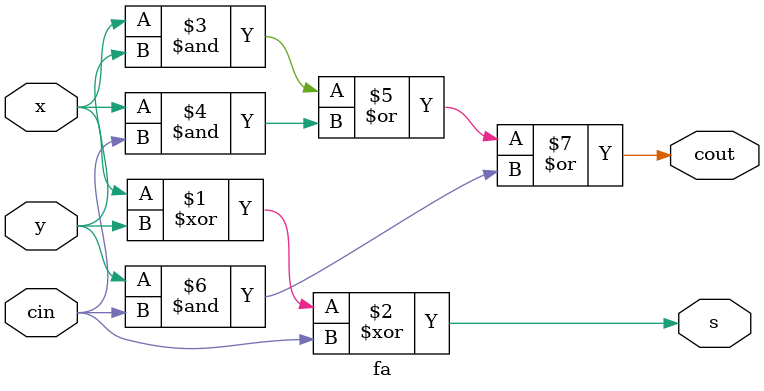
<source format=sv>
module mult_csm
(
	input [7:0] x,
	input [7:0] y,
	output [15:0] out
);
	
	logic [15:0] pp[9];
	assign pp[0] = '0;
	
	logic [16:0] cin[9];
	assign cin[0] = '0;

	// Write your nested generate for loops here.
	
	logic [15:0] xy[8];
	logic [16:8] cin_end;
	assign cin_end[8] = '0;
	
	genvar row, col;
	generate
		for(row = 0; row < 9; row++) 
			begin	
			for(col = 0; col < 16; col++) 
			begin
				if(row > 0) begin
					if (col < row - 1) assign pp[row][col] = pp[row-1][col];
					else if (col >= row + 7) assign pp[row][col] = 0; 
				end
				if(row < 8) begin
					if(col < row) assign xy[row][col] = 1'b0;
					else if (col - row < 8) assign xy[row][col] = x[col - row] & y[row];
					else assign xy[row][col] = 1'b0;
				end
			end
		end
	endgenerate

	genvar m, n;
	generate
		for(m = 0; m < 8; m++)
			begin
			for(n = m; n < m + 8; n++)
				begin			
				fa fa_inst_row
				(
					.x(pp[m][n]),
					.y(xy[m][n]),
					.cin(cin[m][n]),
					.cout(cin[m+1][n+1]),
					.s(pp[m+1][n])
				);
				end
			end
	endgenerate
	

	// Have a RCA to add the numbers in columns 8 through 15 of 
	// the final row of the multiplier to get out[16:8].
	
	genvar p;
	generate
		for(p = 8; p < 16; p++)
			begin
			fa fa_inst_end
				(
					.x(pp[8][p]),
					.y(cin[8][p]),
					.cin(cin_end[p]),
					.cout(cin_end[p+1]),
					.s(out[p])
				);
			end
	endgenerate	
   	// Set the lower 8-bits of the final multiplier output. 
	assign out[7:0] = pp[8][7:0];		
		  
endmodule

// Full adder cell
module fa
(
	input x, y, cin,
	output s, cout
);
	assign s = x ^ y ^ cin;
	assign cout = x&y | x&cin | y&cin;
endmodule

</source>
